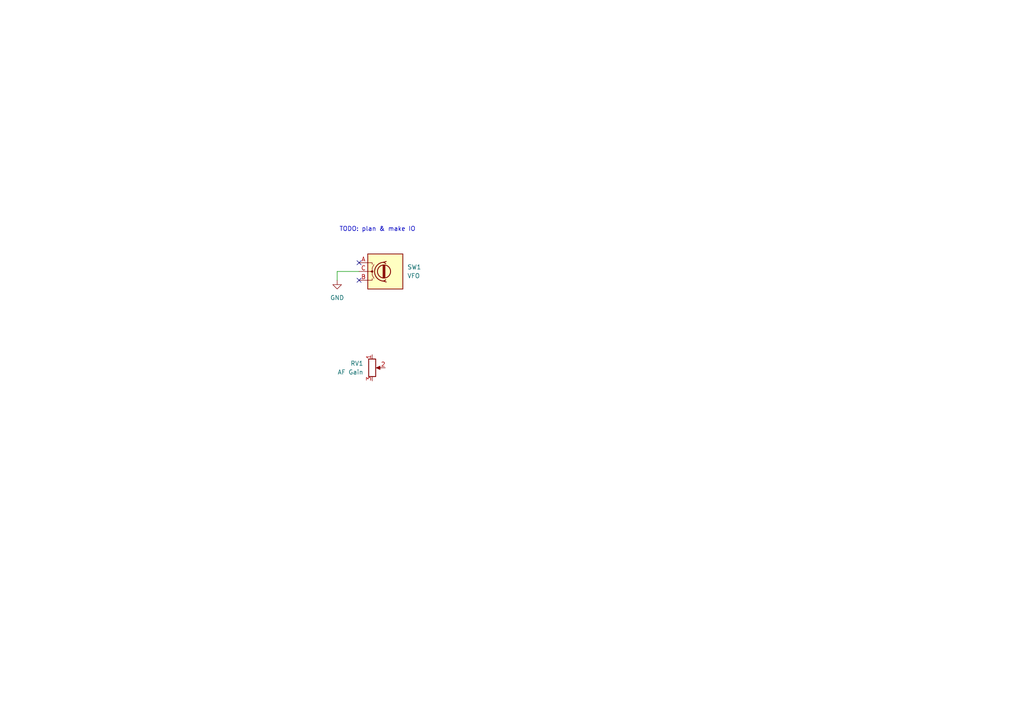
<source format=kicad_sch>
(kicad_sch (version 20231120) (generator "eeschema") (generator_version "8.0")
  (paper "A4")
  (title_block (title "IO") (rev "1"))
  (lib_symbols
    (symbol "Device:R_Potentiometer" (pin_names (offset 1.016) hide)
      (property "Reference" "RV" (at -4.445 0 90))
      (property "Value" "R_Potentiometer" (at -2.54 0 90))
      (symbol "R_Potentiometer_0_1"
        (polyline (pts (xy 2.54 0) (xy 1.524 0)))
        (polyline (pts (xy 1.143 0) (xy 2.286 0.508) (xy 2.286 -0.508) (xy 1.143 0)) (fill (type outline)))
        (rectangle (start 1.016 2.54) (end -1.016 -2.54) (stroke (width 0.254)))
      )
      (symbol "R_Potentiometer_1_1"
        (pin passive line (at 0 3.81 270) (length 1.27) (name "1") (number "1"))
        (pin passive line (at 3.81 0 180) (length 1.27) (name "2") (number "2"))
        (pin passive line (at 0 -3.81 90) (length 1.27) (name "3") (number "3"))
      )
    )
    (symbol "Device:RotaryEncoder" (pin_names (offset 0.254) hide)
      (property "Reference" "SW" (at 0 6.604 0))
      (property "Value" "RotaryEncoder" (at 0 -6.604 0))
      (symbol "RotaryEncoder_0_1"
        (rectangle (start -5.08 5.08) (end 5.08 -5.08) (stroke (width 0.254)) (fill (type background)))
        (circle (center -3.81 0) (radius 0.254) (fill (type outline)))
        (circle (center -0.381 0) (radius 1.905) (stroke (width 0.254)))
        (arc (start -0.381 2.667) (mid -3.0988 -0.0635) (end -0.381 -2.794) (stroke (width 0.254)))
        (polyline (pts (xy -0.635 -1.778) (xy -0.635 1.778)) (stroke (width 0.254)))
        (polyline (pts (xy -0.381 -1.778) (xy -0.381 1.778)) (stroke (width 0.254)))
        (polyline (pts (xy -0.127 1.778) (xy -0.127 -1.778)) (stroke (width 0.254)))
        (polyline (pts (xy -5.08 -2.54) (xy -3.81 -2.54) (xy -3.81 -2.032)))
        (polyline (pts (xy -5.08 2.54) (xy -3.81 2.54) (xy -3.81 2.032)))
        (polyline (pts (xy 0.254 -3.048) (xy -0.508 -2.794) (xy 0.127 -2.413)) (stroke (width 0.254)))
        (polyline (pts (xy 0.254 2.921) (xy -0.508 2.667) (xy 0.127 2.286)) (stroke (width 0.254)))
        (polyline (pts (xy -5.08 0) (xy -3.81 0) (xy -3.81 -1.016) (xy -3.302 -2.032)))
        (polyline (pts (xy -4.318 0) (xy -3.81 0) (xy -3.81 1.016) (xy -3.302 2.032)))
      )
      (symbol "RotaryEncoder_1_1"
        (pin passive line (at -7.62 2.54 0) (length 2.54) (name "A") (number "A"))
        (pin passive line (at -7.62 -2.54 0) (length 2.54) (name "B") (number "B"))
        (pin passive line (at -7.62 0 0) (length 2.54) (name "C") (number "C"))
      )
    )
    (symbol "power:GND" (power) (pin_numbers hide) (pin_names (offset 0) hide)
      (property "Value" "GND" (at 0 -3.81 0))
      (symbol "GND_0_1"
        (polyline (pts (xy 0 0) (xy 0 -1.27) (xy 1.27 -1.27) (xy 0 -2.54) (xy -1.27 -1.27) (xy 0 -1.27)))
      )
      (symbol "GND_1_1"
        (pin power_in line (at 0 0 270) (length 0) (name "~") (number "1"))
      )
    )
  )
  (no_connect (at 104.14 76.2))
  (no_connect (at 104.14 81.28))
  (wire (pts (xy 97.79 78.74) (xy 104.14 78.74)))
  (wire (pts (xy 97.79 81.28) (xy 97.79 78.74)))
  (text "TODO: plan & make IO" (at 109.474 66.548 0) (effects (font (size 1.27 1.27))))
  (symbol (lib_id "Device:R_Potentiometer") (at 107.95 106.68 0) (unit 1)
    (property "Reference" "RV1" (at 105.41 105.4099 0) (effects (justify right)))
    (property "Value" "AF Gain" (at 105.41 107.9499 0) (effects (justify right)))
    (property "Description" "Potentiometer" (effects (hide yes)))
  )
  (symbol (lib_id "Device:RotaryEncoder") (at 111.76 78.74 0) (unit 1)
    (property "Reference" "SW1" (at 118.11 77.4699 0) (effects (justify left)))
    (property "Value" "VFO" (at 118.11 80.0099 0) (effects (justify left)))
    (property "Description" "Rotary encoder, dual channel, incremental quadrate outputs" (effects (hide yes)))
  )
  (symbol (lib_id "power:GND") (at 97.79 81.28 0) (unit 1)
    (property "Reference" "#PWR041" (effects (hide yes)))
    (property "Value" "GND" (at 97.79 86.36 0))
    (property "Description" "Power symbol creates a global label with name \"GND\" , ground" (effects (hide yes)))
  )
)
</source>
